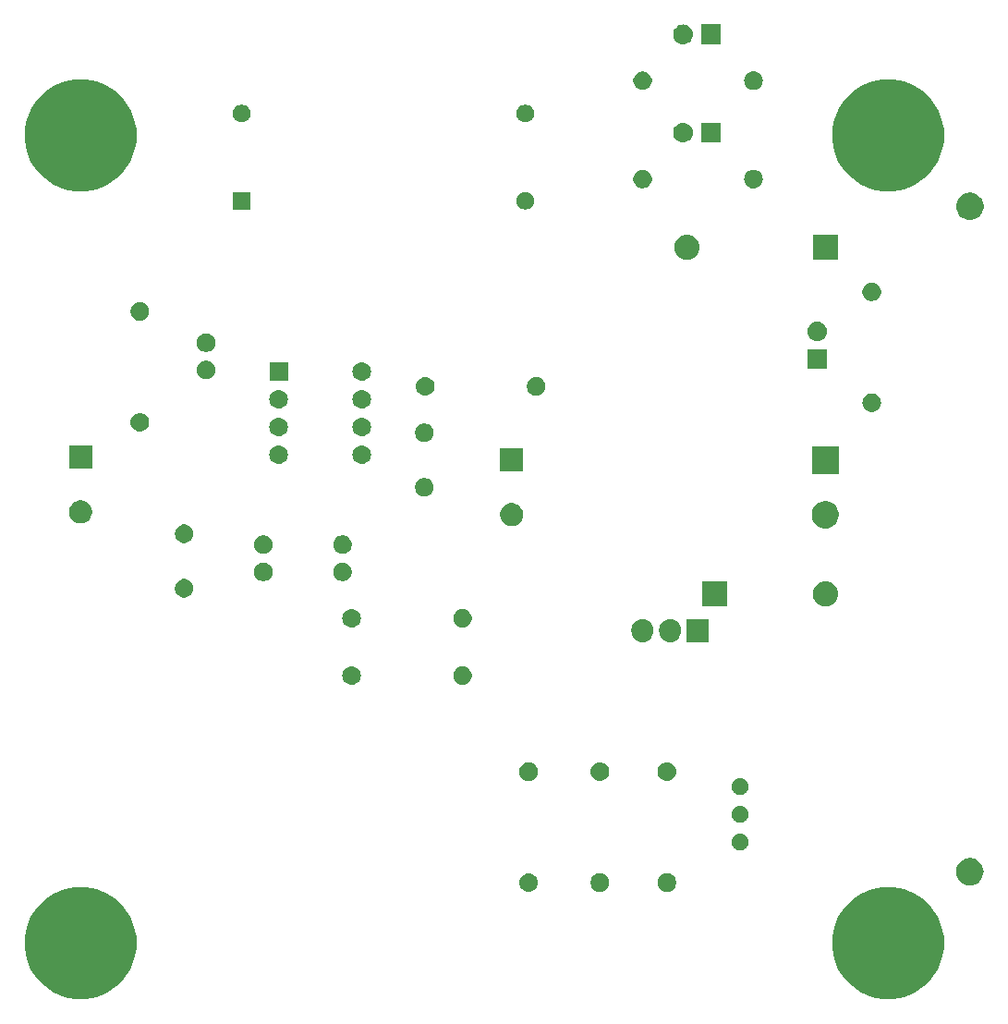
<source format=gbr>
G04 #@! TF.GenerationSoftware,KiCad,Pcbnew,(5.1.2)-1*
G04 #@! TF.CreationDate,2019-06-18T22:03:50-03:00*
G04 #@! TF.ProjectId,Boost,426f6f73-742e-46b6-9963-61645f706362,rev?*
G04 #@! TF.SameCoordinates,Original*
G04 #@! TF.FileFunction,Soldermask,Top*
G04 #@! TF.FilePolarity,Negative*
%FSLAX46Y46*%
G04 Gerber Fmt 4.6, Leading zero omitted, Abs format (unit mm)*
G04 Created by KiCad (PCBNEW (5.1.2)-1) date 2019-06-18 22:03:50*
%MOMM*%
%LPD*%
G04 APERTURE LIST*
%ADD10C,0.100000*%
G04 APERTURE END LIST*
D10*
G36*
X188001008Y-111967590D02*
G01*
X188496658Y-112066181D01*
X189430440Y-112452967D01*
X190270822Y-113014492D01*
X190985508Y-113729178D01*
X191547033Y-114569560D01*
X191933819Y-115503342D01*
X192131000Y-116494641D01*
X192131000Y-117505359D01*
X191933819Y-118496658D01*
X191547033Y-119430440D01*
X190985508Y-120270822D01*
X190270822Y-120985508D01*
X189430440Y-121547033D01*
X188496658Y-121933819D01*
X188001009Y-122032409D01*
X187505361Y-122131000D01*
X186494639Y-122131000D01*
X185998991Y-122032409D01*
X185503342Y-121933819D01*
X184569560Y-121547033D01*
X183729178Y-120985508D01*
X183014492Y-120270822D01*
X182452967Y-119430440D01*
X182066181Y-118496658D01*
X181869000Y-117505359D01*
X181869000Y-116494641D01*
X182066181Y-115503342D01*
X182452967Y-114569560D01*
X183014492Y-113729178D01*
X183729178Y-113014492D01*
X184569560Y-112452967D01*
X185503342Y-112066181D01*
X185998992Y-111967590D01*
X186494639Y-111869000D01*
X187505361Y-111869000D01*
X188001008Y-111967590D01*
X188001008Y-111967590D01*
G37*
G36*
X114001008Y-111967590D02*
G01*
X114496658Y-112066181D01*
X115430440Y-112452967D01*
X116270822Y-113014492D01*
X116985508Y-113729178D01*
X117547033Y-114569560D01*
X117933819Y-115503342D01*
X118131000Y-116494641D01*
X118131000Y-117505359D01*
X117933819Y-118496658D01*
X117547033Y-119430440D01*
X116985508Y-120270822D01*
X116270822Y-120985508D01*
X115430440Y-121547033D01*
X114496658Y-121933819D01*
X114001009Y-122032409D01*
X113505361Y-122131000D01*
X112494639Y-122131000D01*
X111998991Y-122032409D01*
X111503342Y-121933819D01*
X110569560Y-121547033D01*
X109729178Y-120985508D01*
X109014492Y-120270822D01*
X108452967Y-119430440D01*
X108066181Y-118496658D01*
X107869000Y-117505359D01*
X107869000Y-116494641D01*
X108066181Y-115503342D01*
X108452967Y-114569560D01*
X109014492Y-113729178D01*
X109729178Y-113014492D01*
X110569560Y-112452967D01*
X111503342Y-112066181D01*
X111998992Y-111967590D01*
X112494639Y-111869000D01*
X113505361Y-111869000D01*
X114001008Y-111967590D01*
X114001008Y-111967590D01*
G37*
G36*
X154228103Y-110621213D02*
G01*
X154388522Y-110669876D01*
X154454681Y-110705239D01*
X154536358Y-110748896D01*
X154665939Y-110855241D01*
X154772284Y-110984822D01*
X154772285Y-110984824D01*
X154851304Y-111132658D01*
X154899967Y-111293077D01*
X154916397Y-111459900D01*
X154899967Y-111626723D01*
X154851304Y-111787142D01*
X154807550Y-111869000D01*
X154772284Y-111934978D01*
X154665939Y-112064559D01*
X154536358Y-112170904D01*
X154536356Y-112170905D01*
X154388522Y-112249924D01*
X154228103Y-112298587D01*
X154103084Y-112310900D01*
X154019476Y-112310900D01*
X153894457Y-112298587D01*
X153734038Y-112249924D01*
X153586204Y-112170905D01*
X153586202Y-112170904D01*
X153456621Y-112064559D01*
X153350276Y-111934978D01*
X153315010Y-111869000D01*
X153271256Y-111787142D01*
X153222593Y-111626723D01*
X153206163Y-111459900D01*
X153222593Y-111293077D01*
X153271256Y-111132658D01*
X153350275Y-110984824D01*
X153350276Y-110984822D01*
X153456621Y-110855241D01*
X153586202Y-110748896D01*
X153667879Y-110705239D01*
X153734038Y-110669876D01*
X153894457Y-110621213D01*
X154019476Y-110608900D01*
X154103084Y-110608900D01*
X154228103Y-110621213D01*
X154228103Y-110621213D01*
G37*
G36*
X166981568Y-110631443D02*
G01*
X167136440Y-110695593D01*
X167275821Y-110788725D01*
X167394355Y-110907259D01*
X167487487Y-111046640D01*
X167551637Y-111201512D01*
X167584340Y-111365924D01*
X167584340Y-111533556D01*
X167551637Y-111697968D01*
X167487487Y-111852840D01*
X167394355Y-111992221D01*
X167275821Y-112110755D01*
X167136440Y-112203887D01*
X166981568Y-112268037D01*
X166817156Y-112300740D01*
X166649524Y-112300740D01*
X166485112Y-112268037D01*
X166330240Y-112203887D01*
X166190859Y-112110755D01*
X166072325Y-111992221D01*
X165979193Y-111852840D01*
X165915043Y-111697968D01*
X165882340Y-111533556D01*
X165882340Y-111365924D01*
X165915043Y-111201512D01*
X165979193Y-111046640D01*
X166072325Y-110907259D01*
X166190859Y-110788725D01*
X166330240Y-110695593D01*
X166485112Y-110631443D01*
X166649524Y-110598740D01*
X166817156Y-110598740D01*
X166981568Y-110631443D01*
X166981568Y-110631443D01*
G37*
G36*
X160834768Y-110631443D02*
G01*
X160989640Y-110695593D01*
X161129021Y-110788725D01*
X161247555Y-110907259D01*
X161340687Y-111046640D01*
X161404837Y-111201512D01*
X161437540Y-111365924D01*
X161437540Y-111533556D01*
X161404837Y-111697968D01*
X161340687Y-111852840D01*
X161247555Y-111992221D01*
X161129021Y-112110755D01*
X160989640Y-112203887D01*
X160834768Y-112268037D01*
X160670356Y-112300740D01*
X160502724Y-112300740D01*
X160338312Y-112268037D01*
X160183440Y-112203887D01*
X160044059Y-112110755D01*
X159925525Y-111992221D01*
X159832393Y-111852840D01*
X159768243Y-111697968D01*
X159735540Y-111533556D01*
X159735540Y-111365924D01*
X159768243Y-111201512D01*
X159832393Y-111046640D01*
X159925525Y-110907259D01*
X160044059Y-110788725D01*
X160183440Y-110695593D01*
X160338312Y-110631443D01*
X160502724Y-110598740D01*
X160670356Y-110598740D01*
X160834768Y-110631443D01*
X160834768Y-110631443D01*
G37*
G36*
X194745239Y-109227101D02*
G01*
X194981053Y-109298634D01*
X195198381Y-109414799D01*
X195388871Y-109571129D01*
X195545201Y-109761619D01*
X195661366Y-109978947D01*
X195732899Y-110214761D01*
X195757053Y-110460000D01*
X195732899Y-110705239D01*
X195661366Y-110941053D01*
X195545201Y-111158381D01*
X195388871Y-111348871D01*
X195198381Y-111505201D01*
X194981053Y-111621366D01*
X194745239Y-111692899D01*
X194561457Y-111711000D01*
X194438543Y-111711000D01*
X194254761Y-111692899D01*
X194018947Y-111621366D01*
X193801619Y-111505201D01*
X193611129Y-111348871D01*
X193454799Y-111158381D01*
X193338634Y-110941053D01*
X193267101Y-110705239D01*
X193242947Y-110460000D01*
X193267101Y-110214761D01*
X193338634Y-109978947D01*
X193454799Y-109761619D01*
X193611129Y-109571129D01*
X193801619Y-109414799D01*
X194018947Y-109298634D01*
X194254761Y-109227101D01*
X194438543Y-109209000D01*
X194561457Y-109209000D01*
X194745239Y-109227101D01*
X194745239Y-109227101D01*
G37*
G36*
X173567069Y-106964976D02*
G01*
X173666373Y-106984729D01*
X173806686Y-107042848D01*
X173932964Y-107127225D01*
X174040355Y-107234616D01*
X174124732Y-107360894D01*
X174182851Y-107501207D01*
X174212480Y-107650163D01*
X174212480Y-107802037D01*
X174182851Y-107950993D01*
X174124732Y-108091306D01*
X174040355Y-108217584D01*
X173932964Y-108324975D01*
X173806686Y-108409352D01*
X173666373Y-108467471D01*
X173567069Y-108487224D01*
X173517418Y-108497100D01*
X173365542Y-108497100D01*
X173315891Y-108487224D01*
X173216587Y-108467471D01*
X173076274Y-108409352D01*
X172949996Y-108324975D01*
X172842605Y-108217584D01*
X172758228Y-108091306D01*
X172700109Y-107950993D01*
X172670480Y-107802037D01*
X172670480Y-107650163D01*
X172700109Y-107501207D01*
X172758228Y-107360894D01*
X172842605Y-107234616D01*
X172949996Y-107127225D01*
X173076274Y-107042848D01*
X173216587Y-106984729D01*
X173315891Y-106964976D01*
X173365542Y-106955100D01*
X173517418Y-106955100D01*
X173567069Y-106964976D01*
X173567069Y-106964976D01*
G37*
G36*
X173567069Y-104424976D02*
G01*
X173666373Y-104444729D01*
X173806686Y-104502848D01*
X173932964Y-104587225D01*
X174040355Y-104694616D01*
X174124732Y-104820894D01*
X174182851Y-104961207D01*
X174212480Y-105110163D01*
X174212480Y-105262037D01*
X174182851Y-105410993D01*
X174124732Y-105551306D01*
X174040355Y-105677584D01*
X173932964Y-105784975D01*
X173806686Y-105869352D01*
X173666373Y-105927471D01*
X173567069Y-105947224D01*
X173517418Y-105957100D01*
X173365542Y-105957100D01*
X173315891Y-105947224D01*
X173216587Y-105927471D01*
X173076274Y-105869352D01*
X172949996Y-105784975D01*
X172842605Y-105677584D01*
X172758228Y-105551306D01*
X172700109Y-105410993D01*
X172670480Y-105262037D01*
X172670480Y-105110163D01*
X172700109Y-104961207D01*
X172758228Y-104820894D01*
X172842605Y-104694616D01*
X172949996Y-104587225D01*
X173076274Y-104502848D01*
X173216587Y-104444729D01*
X173315891Y-104424976D01*
X173365542Y-104415100D01*
X173517418Y-104415100D01*
X173567069Y-104424976D01*
X173567069Y-104424976D01*
G37*
G36*
X173567069Y-101884976D02*
G01*
X173666373Y-101904729D01*
X173806686Y-101962848D01*
X173932964Y-102047225D01*
X174040355Y-102154616D01*
X174124732Y-102280894D01*
X174182851Y-102421207D01*
X174212480Y-102570163D01*
X174212480Y-102722037D01*
X174182851Y-102870993D01*
X174124732Y-103011306D01*
X174040355Y-103137584D01*
X173932964Y-103244975D01*
X173806686Y-103329352D01*
X173666373Y-103387471D01*
X173567069Y-103407224D01*
X173517418Y-103417100D01*
X173365542Y-103417100D01*
X173315891Y-103407224D01*
X173216587Y-103387471D01*
X173076274Y-103329352D01*
X172949996Y-103244975D01*
X172842605Y-103137584D01*
X172758228Y-103011306D01*
X172700109Y-102870993D01*
X172670480Y-102722037D01*
X172670480Y-102570163D01*
X172700109Y-102421207D01*
X172758228Y-102280894D01*
X172842605Y-102154616D01*
X172949996Y-102047225D01*
X173076274Y-101962848D01*
X173216587Y-101904729D01*
X173315891Y-101884976D01*
X173365542Y-101875100D01*
X173517418Y-101875100D01*
X173567069Y-101884976D01*
X173567069Y-101884976D01*
G37*
G36*
X154309508Y-100481603D02*
G01*
X154464380Y-100545753D01*
X154603761Y-100638885D01*
X154722295Y-100757419D01*
X154815427Y-100896800D01*
X154879577Y-101051672D01*
X154912280Y-101216084D01*
X154912280Y-101383716D01*
X154879577Y-101548128D01*
X154815427Y-101703000D01*
X154722295Y-101842381D01*
X154603761Y-101960915D01*
X154464380Y-102054047D01*
X154309508Y-102118197D01*
X154145096Y-102150900D01*
X153977464Y-102150900D01*
X153813052Y-102118197D01*
X153658180Y-102054047D01*
X153518799Y-101960915D01*
X153400265Y-101842381D01*
X153307133Y-101703000D01*
X153242983Y-101548128D01*
X153210280Y-101383716D01*
X153210280Y-101216084D01*
X153242983Y-101051672D01*
X153307133Y-100896800D01*
X153400265Y-100757419D01*
X153518799Y-100638885D01*
X153658180Y-100545753D01*
X153813052Y-100481603D01*
X153977464Y-100448900D01*
X154145096Y-100448900D01*
X154309508Y-100481603D01*
X154309508Y-100481603D01*
G37*
G36*
X160753363Y-100451053D02*
G01*
X160913782Y-100499716D01*
X160999909Y-100545752D01*
X161061618Y-100578736D01*
X161191199Y-100685081D01*
X161297544Y-100814662D01*
X161297545Y-100814664D01*
X161376564Y-100962498D01*
X161425227Y-101122917D01*
X161441657Y-101289740D01*
X161425227Y-101456563D01*
X161376564Y-101616982D01*
X161330588Y-101702997D01*
X161297544Y-101764818D01*
X161191199Y-101894399D01*
X161061618Y-102000744D01*
X161061616Y-102000745D01*
X160913782Y-102079764D01*
X160753363Y-102128427D01*
X160628344Y-102140740D01*
X160544736Y-102140740D01*
X160419717Y-102128427D01*
X160259298Y-102079764D01*
X160111464Y-102000745D01*
X160111462Y-102000744D01*
X159981881Y-101894399D01*
X159875536Y-101764818D01*
X159842492Y-101702997D01*
X159796516Y-101616982D01*
X159747853Y-101456563D01*
X159731423Y-101289740D01*
X159747853Y-101122917D01*
X159796516Y-100962498D01*
X159875535Y-100814664D01*
X159875536Y-100814662D01*
X159981881Y-100685081D01*
X160111462Y-100578736D01*
X160173171Y-100545752D01*
X160259298Y-100499716D01*
X160419717Y-100451053D01*
X160544736Y-100438740D01*
X160628344Y-100438740D01*
X160753363Y-100451053D01*
X160753363Y-100451053D01*
G37*
G36*
X166900163Y-100451053D02*
G01*
X167060582Y-100499716D01*
X167146709Y-100545752D01*
X167208418Y-100578736D01*
X167337999Y-100685081D01*
X167444344Y-100814662D01*
X167444345Y-100814664D01*
X167523364Y-100962498D01*
X167572027Y-101122917D01*
X167588457Y-101289740D01*
X167572027Y-101456563D01*
X167523364Y-101616982D01*
X167477388Y-101702997D01*
X167444344Y-101764818D01*
X167337999Y-101894399D01*
X167208418Y-102000744D01*
X167208416Y-102000745D01*
X167060582Y-102079764D01*
X166900163Y-102128427D01*
X166775144Y-102140740D01*
X166691536Y-102140740D01*
X166566517Y-102128427D01*
X166406098Y-102079764D01*
X166258264Y-102000745D01*
X166258262Y-102000744D01*
X166128681Y-101894399D01*
X166022336Y-101764818D01*
X165989292Y-101702997D01*
X165943316Y-101616982D01*
X165894653Y-101456563D01*
X165878223Y-101289740D01*
X165894653Y-101122917D01*
X165943316Y-100962498D01*
X166022335Y-100814664D01*
X166022336Y-100814662D01*
X166128681Y-100685081D01*
X166258262Y-100578736D01*
X166319971Y-100545752D01*
X166406098Y-100499716D01*
X166566517Y-100451053D01*
X166691536Y-100438740D01*
X166775144Y-100438740D01*
X166900163Y-100451053D01*
X166900163Y-100451053D01*
G37*
G36*
X138006823Y-91661313D02*
G01*
X138167242Y-91709976D01*
X138234361Y-91745852D01*
X138315078Y-91788996D01*
X138444659Y-91895341D01*
X138551004Y-92024922D01*
X138551005Y-92024924D01*
X138630024Y-92172758D01*
X138678687Y-92333177D01*
X138695117Y-92500000D01*
X138678687Y-92666823D01*
X138630024Y-92827242D01*
X138589477Y-92903100D01*
X138551004Y-92975078D01*
X138444659Y-93104659D01*
X138315078Y-93211004D01*
X138315076Y-93211005D01*
X138167242Y-93290024D01*
X138006823Y-93338687D01*
X137881804Y-93351000D01*
X137798196Y-93351000D01*
X137673177Y-93338687D01*
X137512758Y-93290024D01*
X137364924Y-93211005D01*
X137364922Y-93211004D01*
X137235341Y-93104659D01*
X137128996Y-92975078D01*
X137090523Y-92903100D01*
X137049976Y-92827242D01*
X137001313Y-92666823D01*
X136984883Y-92500000D01*
X137001313Y-92333177D01*
X137049976Y-92172758D01*
X137128995Y-92024924D01*
X137128996Y-92024922D01*
X137235341Y-91895341D01*
X137364922Y-91788996D01*
X137445639Y-91745852D01*
X137512758Y-91709976D01*
X137673177Y-91661313D01*
X137798196Y-91649000D01*
X137881804Y-91649000D01*
X138006823Y-91661313D01*
X138006823Y-91661313D01*
G37*
G36*
X148248228Y-91681703D02*
G01*
X148403100Y-91745853D01*
X148542481Y-91838985D01*
X148661015Y-91957519D01*
X148754147Y-92096900D01*
X148818297Y-92251772D01*
X148851000Y-92416184D01*
X148851000Y-92583816D01*
X148818297Y-92748228D01*
X148754147Y-92903100D01*
X148661015Y-93042481D01*
X148542481Y-93161015D01*
X148403100Y-93254147D01*
X148248228Y-93318297D01*
X148083816Y-93351000D01*
X147916184Y-93351000D01*
X147751772Y-93318297D01*
X147596900Y-93254147D01*
X147457519Y-93161015D01*
X147338985Y-93042481D01*
X147245853Y-92903100D01*
X147181703Y-92748228D01*
X147149000Y-92583816D01*
X147149000Y-92416184D01*
X147181703Y-92251772D01*
X147245853Y-92096900D01*
X147338985Y-91957519D01*
X147457519Y-91838985D01*
X147596900Y-91745853D01*
X147751772Y-91681703D01*
X147916184Y-91649000D01*
X148083816Y-91649000D01*
X148248228Y-91681703D01*
X148248228Y-91681703D01*
G37*
G36*
X164682800Y-87341420D02*
G01*
X164871961Y-87398801D01*
X165046292Y-87491983D01*
X165199095Y-87617385D01*
X165324497Y-87770188D01*
X165368262Y-87852067D01*
X165417678Y-87944517D01*
X165417679Y-87944520D01*
X165475060Y-88133681D01*
X165489580Y-88281107D01*
X165489580Y-88474694D01*
X165475060Y-88622120D01*
X165417679Y-88811281D01*
X165324497Y-88985612D01*
X165199095Y-89138415D01*
X165046292Y-89263817D01*
X164964413Y-89307582D01*
X164871963Y-89356998D01*
X164871960Y-89356999D01*
X164682799Y-89414380D01*
X164486080Y-89433755D01*
X164289360Y-89414380D01*
X164100199Y-89356999D01*
X163925868Y-89263817D01*
X163773065Y-89138415D01*
X163647663Y-88985612D01*
X163603898Y-88903733D01*
X163554482Y-88811283D01*
X163554481Y-88811280D01*
X163497100Y-88622119D01*
X163482580Y-88474693D01*
X163482580Y-88281106D01*
X163497100Y-88133680D01*
X163554481Y-87944519D01*
X163647663Y-87770188D01*
X163773065Y-87617385D01*
X163925868Y-87491983D01*
X164100200Y-87398801D01*
X164289361Y-87341420D01*
X164486080Y-87322045D01*
X164682800Y-87341420D01*
X164682800Y-87341420D01*
G37*
G36*
X167222800Y-87341420D02*
G01*
X167411961Y-87398801D01*
X167586292Y-87491983D01*
X167739095Y-87617385D01*
X167864497Y-87770188D01*
X167908262Y-87852067D01*
X167957678Y-87944517D01*
X167957679Y-87944520D01*
X168015060Y-88133681D01*
X168029580Y-88281107D01*
X168029580Y-88474694D01*
X168015060Y-88622120D01*
X167957679Y-88811281D01*
X167864497Y-88985612D01*
X167739095Y-89138415D01*
X167586292Y-89263817D01*
X167504413Y-89307582D01*
X167411963Y-89356998D01*
X167411960Y-89356999D01*
X167222799Y-89414380D01*
X167026080Y-89433755D01*
X166829360Y-89414380D01*
X166640199Y-89356999D01*
X166465868Y-89263817D01*
X166313065Y-89138415D01*
X166187663Y-88985612D01*
X166143898Y-88903733D01*
X166094482Y-88811283D01*
X166094481Y-88811280D01*
X166037100Y-88622119D01*
X166022580Y-88474693D01*
X166022580Y-88281106D01*
X166037100Y-88133680D01*
X166094481Y-87944519D01*
X166187663Y-87770188D01*
X166313065Y-87617385D01*
X166465868Y-87491983D01*
X166640200Y-87398801D01*
X166829361Y-87341420D01*
X167026080Y-87322045D01*
X167222800Y-87341420D01*
X167222800Y-87341420D01*
G37*
G36*
X170569580Y-89428900D02*
G01*
X168562580Y-89428900D01*
X168562580Y-87326900D01*
X170569580Y-87326900D01*
X170569580Y-89428900D01*
X170569580Y-89428900D01*
G37*
G36*
X138006823Y-86411313D02*
G01*
X138167242Y-86459976D01*
X138234361Y-86495852D01*
X138315078Y-86538996D01*
X138444659Y-86645341D01*
X138551004Y-86774922D01*
X138551005Y-86774924D01*
X138630024Y-86922758D01*
X138678687Y-87083177D01*
X138695117Y-87250000D01*
X138678687Y-87416823D01*
X138630024Y-87577242D01*
X138589477Y-87653100D01*
X138551004Y-87725078D01*
X138444659Y-87854659D01*
X138315078Y-87961004D01*
X138315076Y-87961005D01*
X138167242Y-88040024D01*
X138006823Y-88088687D01*
X137881804Y-88101000D01*
X137798196Y-88101000D01*
X137673177Y-88088687D01*
X137512758Y-88040024D01*
X137364924Y-87961005D01*
X137364922Y-87961004D01*
X137235341Y-87854659D01*
X137128996Y-87725078D01*
X137090523Y-87653100D01*
X137049976Y-87577242D01*
X137001313Y-87416823D01*
X136984883Y-87250000D01*
X137001313Y-87083177D01*
X137049976Y-86922758D01*
X137128995Y-86774924D01*
X137128996Y-86774922D01*
X137235341Y-86645341D01*
X137364922Y-86538996D01*
X137445639Y-86495852D01*
X137512758Y-86459976D01*
X137673177Y-86411313D01*
X137798196Y-86399000D01*
X137881804Y-86399000D01*
X138006823Y-86411313D01*
X138006823Y-86411313D01*
G37*
G36*
X148248228Y-86431703D02*
G01*
X148403100Y-86495853D01*
X148542481Y-86588985D01*
X148661015Y-86707519D01*
X148754147Y-86846900D01*
X148818297Y-87001772D01*
X148851000Y-87166184D01*
X148851000Y-87333816D01*
X148818297Y-87498228D01*
X148754147Y-87653100D01*
X148661015Y-87792481D01*
X148542481Y-87911015D01*
X148403100Y-88004147D01*
X148248228Y-88068297D01*
X148083816Y-88101000D01*
X147916184Y-88101000D01*
X147751772Y-88068297D01*
X147596900Y-88004147D01*
X147457519Y-87911015D01*
X147338985Y-87792481D01*
X147245853Y-87653100D01*
X147181703Y-87498228D01*
X147149000Y-87333816D01*
X147149000Y-87166184D01*
X147181703Y-87001772D01*
X147245853Y-86846900D01*
X147338985Y-86707519D01*
X147457519Y-86588985D01*
X147596900Y-86495853D01*
X147751772Y-86431703D01*
X147916184Y-86399000D01*
X148083816Y-86399000D01*
X148248228Y-86431703D01*
X148248228Y-86431703D01*
G37*
G36*
X181419271Y-83860103D02*
G01*
X181475635Y-83865654D01*
X181692600Y-83931470D01*
X181692602Y-83931471D01*
X181892555Y-84038347D01*
X182067818Y-84182182D01*
X182211653Y-84357445D01*
X182318529Y-84557398D01*
X182318530Y-84557400D01*
X182384346Y-84774365D01*
X182406569Y-85000000D01*
X182384346Y-85225635D01*
X182346317Y-85351000D01*
X182318529Y-85442602D01*
X182211653Y-85642555D01*
X182067818Y-85817818D01*
X181892555Y-85961653D01*
X181692602Y-86068529D01*
X181692600Y-86068530D01*
X181475635Y-86134346D01*
X181419271Y-86139897D01*
X181306545Y-86151000D01*
X181193455Y-86151000D01*
X181080729Y-86139897D01*
X181024365Y-86134346D01*
X180807400Y-86068530D01*
X180807398Y-86068529D01*
X180607445Y-85961653D01*
X180432182Y-85817818D01*
X180288347Y-85642555D01*
X180181471Y-85442602D01*
X180153684Y-85351000D01*
X180115654Y-85225635D01*
X180093431Y-85000000D01*
X180115654Y-84774365D01*
X180181470Y-84557400D01*
X180181471Y-84557398D01*
X180288347Y-84357445D01*
X180432182Y-84182182D01*
X180607445Y-84038347D01*
X180807398Y-83931471D01*
X180807400Y-83931470D01*
X181024365Y-83865654D01*
X181080729Y-83860103D01*
X181193455Y-83849000D01*
X181306545Y-83849000D01*
X181419271Y-83860103D01*
X181419271Y-83860103D01*
G37*
G36*
X172241000Y-86151000D02*
G01*
X169939000Y-86151000D01*
X169939000Y-83849000D01*
X172241000Y-83849000D01*
X172241000Y-86151000D01*
X172241000Y-86151000D01*
G37*
G36*
X122748228Y-83681703D02*
G01*
X122903100Y-83745853D01*
X123042481Y-83838985D01*
X123161015Y-83957519D01*
X123254147Y-84096900D01*
X123318297Y-84251772D01*
X123351000Y-84416184D01*
X123351000Y-84583816D01*
X123318297Y-84748228D01*
X123254147Y-84903100D01*
X123161015Y-85042481D01*
X123042481Y-85161015D01*
X122903100Y-85254147D01*
X122748228Y-85318297D01*
X122583816Y-85351000D01*
X122416184Y-85351000D01*
X122251772Y-85318297D01*
X122096900Y-85254147D01*
X121957519Y-85161015D01*
X121838985Y-85042481D01*
X121745853Y-84903100D01*
X121681703Y-84748228D01*
X121649000Y-84583816D01*
X121649000Y-84416184D01*
X121681703Y-84251772D01*
X121745853Y-84096900D01*
X121838985Y-83957519D01*
X121957519Y-83838985D01*
X122096900Y-83745853D01*
X122251772Y-83681703D01*
X122416184Y-83649000D01*
X122583816Y-83649000D01*
X122748228Y-83681703D01*
X122748228Y-83681703D01*
G37*
G36*
X129998228Y-82181703D02*
G01*
X130153100Y-82245853D01*
X130292481Y-82338985D01*
X130411015Y-82457519D01*
X130504147Y-82596900D01*
X130568297Y-82751772D01*
X130601000Y-82916184D01*
X130601000Y-83083816D01*
X130568297Y-83248228D01*
X130504147Y-83403100D01*
X130411015Y-83542481D01*
X130292481Y-83661015D01*
X130153100Y-83754147D01*
X129998228Y-83818297D01*
X129833816Y-83851000D01*
X129666184Y-83851000D01*
X129501772Y-83818297D01*
X129346900Y-83754147D01*
X129207519Y-83661015D01*
X129088985Y-83542481D01*
X128995853Y-83403100D01*
X128931703Y-83248228D01*
X128899000Y-83083816D01*
X128899000Y-82916184D01*
X128931703Y-82751772D01*
X128995853Y-82596900D01*
X129088985Y-82457519D01*
X129207519Y-82338985D01*
X129346900Y-82245853D01*
X129501772Y-82181703D01*
X129666184Y-82149000D01*
X129833816Y-82149000D01*
X129998228Y-82181703D01*
X129998228Y-82181703D01*
G37*
G36*
X137248228Y-82181703D02*
G01*
X137403100Y-82245853D01*
X137542481Y-82338985D01*
X137661015Y-82457519D01*
X137754147Y-82596900D01*
X137818297Y-82751772D01*
X137851000Y-82916184D01*
X137851000Y-83083816D01*
X137818297Y-83248228D01*
X137754147Y-83403100D01*
X137661015Y-83542481D01*
X137542481Y-83661015D01*
X137403100Y-83754147D01*
X137248228Y-83818297D01*
X137083816Y-83851000D01*
X136916184Y-83851000D01*
X136751772Y-83818297D01*
X136596900Y-83754147D01*
X136457519Y-83661015D01*
X136338985Y-83542481D01*
X136245853Y-83403100D01*
X136181703Y-83248228D01*
X136149000Y-83083816D01*
X136149000Y-82916184D01*
X136181703Y-82751772D01*
X136245853Y-82596900D01*
X136338985Y-82457519D01*
X136457519Y-82338985D01*
X136596900Y-82245853D01*
X136751772Y-82181703D01*
X136916184Y-82149000D01*
X137083816Y-82149000D01*
X137248228Y-82181703D01*
X137248228Y-82181703D01*
G37*
G36*
X129998228Y-79681703D02*
G01*
X130153100Y-79745853D01*
X130292481Y-79838985D01*
X130411015Y-79957519D01*
X130504147Y-80096900D01*
X130568297Y-80251772D01*
X130601000Y-80416184D01*
X130601000Y-80583816D01*
X130568297Y-80748228D01*
X130504147Y-80903100D01*
X130411015Y-81042481D01*
X130292481Y-81161015D01*
X130153100Y-81254147D01*
X129998228Y-81318297D01*
X129833816Y-81351000D01*
X129666184Y-81351000D01*
X129501772Y-81318297D01*
X129346900Y-81254147D01*
X129207519Y-81161015D01*
X129088985Y-81042481D01*
X128995853Y-80903100D01*
X128931703Y-80748228D01*
X128899000Y-80583816D01*
X128899000Y-80416184D01*
X128931703Y-80251772D01*
X128995853Y-80096900D01*
X129088985Y-79957519D01*
X129207519Y-79838985D01*
X129346900Y-79745853D01*
X129501772Y-79681703D01*
X129666184Y-79649000D01*
X129833816Y-79649000D01*
X129998228Y-79681703D01*
X129998228Y-79681703D01*
G37*
G36*
X137248228Y-79681703D02*
G01*
X137403100Y-79745853D01*
X137542481Y-79838985D01*
X137661015Y-79957519D01*
X137754147Y-80096900D01*
X137818297Y-80251772D01*
X137851000Y-80416184D01*
X137851000Y-80583816D01*
X137818297Y-80748228D01*
X137754147Y-80903100D01*
X137661015Y-81042481D01*
X137542481Y-81161015D01*
X137403100Y-81254147D01*
X137248228Y-81318297D01*
X137083816Y-81351000D01*
X136916184Y-81351000D01*
X136751772Y-81318297D01*
X136596900Y-81254147D01*
X136457519Y-81161015D01*
X136338985Y-81042481D01*
X136245853Y-80903100D01*
X136181703Y-80748228D01*
X136149000Y-80583816D01*
X136149000Y-80416184D01*
X136181703Y-80251772D01*
X136245853Y-80096900D01*
X136338985Y-79957519D01*
X136457519Y-79838985D01*
X136596900Y-79745853D01*
X136751772Y-79681703D01*
X136916184Y-79649000D01*
X137083816Y-79649000D01*
X137248228Y-79681703D01*
X137248228Y-79681703D01*
G37*
G36*
X122748228Y-78681703D02*
G01*
X122903100Y-78745853D01*
X123042481Y-78838985D01*
X123161015Y-78957519D01*
X123254147Y-79096900D01*
X123318297Y-79251772D01*
X123351000Y-79416184D01*
X123351000Y-79583816D01*
X123318297Y-79748228D01*
X123254147Y-79903100D01*
X123161015Y-80042481D01*
X123042481Y-80161015D01*
X122903100Y-80254147D01*
X122748228Y-80318297D01*
X122583816Y-80351000D01*
X122416184Y-80351000D01*
X122251772Y-80318297D01*
X122096900Y-80254147D01*
X121957519Y-80161015D01*
X121838985Y-80042481D01*
X121745853Y-79903100D01*
X121681703Y-79748228D01*
X121649000Y-79583816D01*
X121649000Y-79416184D01*
X121681703Y-79251772D01*
X121745853Y-79096900D01*
X121838985Y-78957519D01*
X121957519Y-78838985D01*
X122096900Y-78745853D01*
X122251772Y-78681703D01*
X122416184Y-78649000D01*
X122583816Y-78649000D01*
X122748228Y-78681703D01*
X122748228Y-78681703D01*
G37*
G36*
X181614903Y-76547075D02*
G01*
X181842571Y-76641378D01*
X182047466Y-76778285D01*
X182221715Y-76952534D01*
X182358622Y-77157429D01*
X182452925Y-77385097D01*
X182501000Y-77626787D01*
X182501000Y-77873213D01*
X182452925Y-78114903D01*
X182358622Y-78342571D01*
X182221715Y-78547466D01*
X182047466Y-78721715D01*
X181842571Y-78858622D01*
X181842570Y-78858623D01*
X181842569Y-78858623D01*
X181614903Y-78952925D01*
X181373214Y-79001000D01*
X181126786Y-79001000D01*
X180885097Y-78952925D01*
X180657431Y-78858623D01*
X180657430Y-78858623D01*
X180657429Y-78858622D01*
X180452534Y-78721715D01*
X180278285Y-78547466D01*
X180141378Y-78342571D01*
X180047075Y-78114903D01*
X179999000Y-77873213D01*
X179999000Y-77626787D01*
X180047075Y-77385097D01*
X180141378Y-77157429D01*
X180278285Y-76952534D01*
X180452534Y-76778285D01*
X180657429Y-76641378D01*
X180885097Y-76547075D01*
X181126786Y-76499000D01*
X181373214Y-76499000D01*
X181614903Y-76547075D01*
X181614903Y-76547075D01*
G37*
G36*
X152806564Y-76739389D02*
G01*
X152997833Y-76818615D01*
X152997835Y-76818616D01*
X153169973Y-76933635D01*
X153316365Y-77080027D01*
X153392143Y-77193436D01*
X153431385Y-77252167D01*
X153510611Y-77443436D01*
X153551000Y-77646484D01*
X153551000Y-77853516D01*
X153510611Y-78056564D01*
X153431385Y-78247833D01*
X153431384Y-78247835D01*
X153316365Y-78419973D01*
X153169973Y-78566365D01*
X152997835Y-78681384D01*
X152997834Y-78681385D01*
X152997833Y-78681385D01*
X152806564Y-78760611D01*
X152603516Y-78801000D01*
X152396484Y-78801000D01*
X152193436Y-78760611D01*
X152002167Y-78681385D01*
X152002166Y-78681385D01*
X152002165Y-78681384D01*
X151830027Y-78566365D01*
X151683635Y-78419973D01*
X151568616Y-78247835D01*
X151568615Y-78247833D01*
X151489389Y-78056564D01*
X151449000Y-77853516D01*
X151449000Y-77646484D01*
X151489389Y-77443436D01*
X151568615Y-77252167D01*
X151607858Y-77193436D01*
X151683635Y-77080027D01*
X151830027Y-76933635D01*
X152002165Y-76818616D01*
X152002167Y-76818615D01*
X152193436Y-76739389D01*
X152396484Y-76699000D01*
X152603516Y-76699000D01*
X152806564Y-76739389D01*
X152806564Y-76739389D01*
G37*
G36*
X113306564Y-76489389D02*
G01*
X113497833Y-76568615D01*
X113497835Y-76568616D01*
X113669973Y-76683635D01*
X113816365Y-76830027D01*
X113898222Y-76952534D01*
X113931385Y-77002167D01*
X114010611Y-77193436D01*
X114051000Y-77396484D01*
X114051000Y-77603516D01*
X114010611Y-77806564D01*
X113931385Y-77997833D01*
X113931384Y-77997835D01*
X113816365Y-78169973D01*
X113669973Y-78316365D01*
X113497835Y-78431384D01*
X113497834Y-78431385D01*
X113497833Y-78431385D01*
X113306564Y-78510611D01*
X113103516Y-78551000D01*
X112896484Y-78551000D01*
X112693436Y-78510611D01*
X112502167Y-78431385D01*
X112502166Y-78431385D01*
X112502165Y-78431384D01*
X112330027Y-78316365D01*
X112183635Y-78169973D01*
X112068616Y-77997835D01*
X112068615Y-77997833D01*
X111989389Y-77806564D01*
X111949000Y-77603516D01*
X111949000Y-77396484D01*
X111989389Y-77193436D01*
X112068615Y-77002167D01*
X112101779Y-76952534D01*
X112183635Y-76830027D01*
X112330027Y-76683635D01*
X112502165Y-76568616D01*
X112502167Y-76568615D01*
X112693436Y-76489389D01*
X112896484Y-76449000D01*
X113103516Y-76449000D01*
X113306564Y-76489389D01*
X113306564Y-76489389D01*
G37*
G36*
X144748228Y-74431703D02*
G01*
X144903100Y-74495853D01*
X145042481Y-74588985D01*
X145161015Y-74707519D01*
X145254147Y-74846900D01*
X145318297Y-75001772D01*
X145351000Y-75166184D01*
X145351000Y-75333816D01*
X145318297Y-75498228D01*
X145254147Y-75653100D01*
X145161015Y-75792481D01*
X145042481Y-75911015D01*
X144903100Y-76004147D01*
X144748228Y-76068297D01*
X144583816Y-76101000D01*
X144416184Y-76101000D01*
X144251772Y-76068297D01*
X144096900Y-76004147D01*
X143957519Y-75911015D01*
X143838985Y-75792481D01*
X143745853Y-75653100D01*
X143681703Y-75498228D01*
X143649000Y-75333816D01*
X143649000Y-75166184D01*
X143681703Y-75001772D01*
X143745853Y-74846900D01*
X143838985Y-74707519D01*
X143957519Y-74588985D01*
X144096900Y-74495853D01*
X144251772Y-74431703D01*
X144416184Y-74399000D01*
X144583816Y-74399000D01*
X144748228Y-74431703D01*
X144748228Y-74431703D01*
G37*
G36*
X182501000Y-74001000D02*
G01*
X179999000Y-74001000D01*
X179999000Y-71499000D01*
X182501000Y-71499000D01*
X182501000Y-74001000D01*
X182501000Y-74001000D01*
G37*
G36*
X153551000Y-73801000D02*
G01*
X151449000Y-73801000D01*
X151449000Y-71699000D01*
X153551000Y-71699000D01*
X153551000Y-73801000D01*
X153551000Y-73801000D01*
G37*
G36*
X114051000Y-73551000D02*
G01*
X111949000Y-73551000D01*
X111949000Y-71449000D01*
X114051000Y-71449000D01*
X114051000Y-73551000D01*
X114051000Y-73551000D01*
G37*
G36*
X131317303Y-71431013D02*
G01*
X131477722Y-71479676D01*
X131610386Y-71550586D01*
X131625558Y-71558696D01*
X131755139Y-71665041D01*
X131861484Y-71794622D01*
X131861485Y-71794624D01*
X131940504Y-71942458D01*
X131989167Y-72102877D01*
X132005597Y-72269700D01*
X131989167Y-72436523D01*
X131940504Y-72596942D01*
X131869594Y-72729606D01*
X131861484Y-72744778D01*
X131755139Y-72874359D01*
X131625558Y-72980704D01*
X131625556Y-72980705D01*
X131477722Y-73059724D01*
X131317303Y-73108387D01*
X131192284Y-73120700D01*
X131108676Y-73120700D01*
X130983657Y-73108387D01*
X130823238Y-73059724D01*
X130675404Y-72980705D01*
X130675402Y-72980704D01*
X130545821Y-72874359D01*
X130439476Y-72744778D01*
X130431366Y-72729606D01*
X130360456Y-72596942D01*
X130311793Y-72436523D01*
X130295363Y-72269700D01*
X130311793Y-72102877D01*
X130360456Y-71942458D01*
X130439475Y-71794624D01*
X130439476Y-71794622D01*
X130545821Y-71665041D01*
X130675402Y-71558696D01*
X130690574Y-71550586D01*
X130823238Y-71479676D01*
X130983657Y-71431013D01*
X131108676Y-71418700D01*
X131192284Y-71418700D01*
X131317303Y-71431013D01*
X131317303Y-71431013D01*
G37*
G36*
X138937303Y-71431013D02*
G01*
X139097722Y-71479676D01*
X139230386Y-71550586D01*
X139245558Y-71558696D01*
X139375139Y-71665041D01*
X139481484Y-71794622D01*
X139481485Y-71794624D01*
X139560504Y-71942458D01*
X139609167Y-72102877D01*
X139625597Y-72269700D01*
X139609167Y-72436523D01*
X139560504Y-72596942D01*
X139489594Y-72729606D01*
X139481484Y-72744778D01*
X139375139Y-72874359D01*
X139245558Y-72980704D01*
X139245556Y-72980705D01*
X139097722Y-73059724D01*
X138937303Y-73108387D01*
X138812284Y-73120700D01*
X138728676Y-73120700D01*
X138603657Y-73108387D01*
X138443238Y-73059724D01*
X138295404Y-72980705D01*
X138295402Y-72980704D01*
X138165821Y-72874359D01*
X138059476Y-72744778D01*
X138051366Y-72729606D01*
X137980456Y-72596942D01*
X137931793Y-72436523D01*
X137915363Y-72269700D01*
X137931793Y-72102877D01*
X137980456Y-71942458D01*
X138059475Y-71794624D01*
X138059476Y-71794622D01*
X138165821Y-71665041D01*
X138295402Y-71558696D01*
X138310574Y-71550586D01*
X138443238Y-71479676D01*
X138603657Y-71431013D01*
X138728676Y-71418700D01*
X138812284Y-71418700D01*
X138937303Y-71431013D01*
X138937303Y-71431013D01*
G37*
G36*
X144748228Y-69431703D02*
G01*
X144903100Y-69495853D01*
X145042481Y-69588985D01*
X145161015Y-69707519D01*
X145254147Y-69846900D01*
X145318297Y-70001772D01*
X145351000Y-70166184D01*
X145351000Y-70333816D01*
X145318297Y-70498228D01*
X145254147Y-70653100D01*
X145161015Y-70792481D01*
X145042481Y-70911015D01*
X144903100Y-71004147D01*
X144748228Y-71068297D01*
X144583816Y-71101000D01*
X144416184Y-71101000D01*
X144251772Y-71068297D01*
X144096900Y-71004147D01*
X143957519Y-70911015D01*
X143838985Y-70792481D01*
X143745853Y-70653100D01*
X143681703Y-70498228D01*
X143649000Y-70333816D01*
X143649000Y-70166184D01*
X143681703Y-70001772D01*
X143745853Y-69846900D01*
X143838985Y-69707519D01*
X143957519Y-69588985D01*
X144096900Y-69495853D01*
X144251772Y-69431703D01*
X144416184Y-69399000D01*
X144583816Y-69399000D01*
X144748228Y-69431703D01*
X144748228Y-69431703D01*
G37*
G36*
X138937303Y-68891013D02*
G01*
X139097722Y-68939676D01*
X139230386Y-69010586D01*
X139245558Y-69018696D01*
X139375139Y-69125041D01*
X139481484Y-69254622D01*
X139481485Y-69254624D01*
X139560504Y-69402458D01*
X139609167Y-69562877D01*
X139625597Y-69729700D01*
X139609167Y-69896523D01*
X139560504Y-70056942D01*
X139502113Y-70166184D01*
X139481484Y-70204778D01*
X139375139Y-70334359D01*
X139245558Y-70440704D01*
X139245556Y-70440705D01*
X139097722Y-70519724D01*
X138937303Y-70568387D01*
X138812284Y-70580700D01*
X138728676Y-70580700D01*
X138603657Y-70568387D01*
X138443238Y-70519724D01*
X138295404Y-70440705D01*
X138295402Y-70440704D01*
X138165821Y-70334359D01*
X138059476Y-70204778D01*
X138038847Y-70166184D01*
X137980456Y-70056942D01*
X137931793Y-69896523D01*
X137915363Y-69729700D01*
X137931793Y-69562877D01*
X137980456Y-69402458D01*
X138059475Y-69254624D01*
X138059476Y-69254622D01*
X138165821Y-69125041D01*
X138295402Y-69018696D01*
X138310574Y-69010586D01*
X138443238Y-68939676D01*
X138603657Y-68891013D01*
X138728676Y-68878700D01*
X138812284Y-68878700D01*
X138937303Y-68891013D01*
X138937303Y-68891013D01*
G37*
G36*
X131317303Y-68891013D02*
G01*
X131477722Y-68939676D01*
X131610386Y-69010586D01*
X131625558Y-69018696D01*
X131755139Y-69125041D01*
X131861484Y-69254622D01*
X131861485Y-69254624D01*
X131940504Y-69402458D01*
X131989167Y-69562877D01*
X132005597Y-69729700D01*
X131989167Y-69896523D01*
X131940504Y-70056942D01*
X131882113Y-70166184D01*
X131861484Y-70204778D01*
X131755139Y-70334359D01*
X131625558Y-70440704D01*
X131625556Y-70440705D01*
X131477722Y-70519724D01*
X131317303Y-70568387D01*
X131192284Y-70580700D01*
X131108676Y-70580700D01*
X130983657Y-70568387D01*
X130823238Y-70519724D01*
X130675404Y-70440705D01*
X130675402Y-70440704D01*
X130545821Y-70334359D01*
X130439476Y-70204778D01*
X130418847Y-70166184D01*
X130360456Y-70056942D01*
X130311793Y-69896523D01*
X130295363Y-69729700D01*
X130311793Y-69562877D01*
X130360456Y-69402458D01*
X130439475Y-69254624D01*
X130439476Y-69254622D01*
X130545821Y-69125041D01*
X130675402Y-69018696D01*
X130690574Y-69010586D01*
X130823238Y-68939676D01*
X130983657Y-68891013D01*
X131108676Y-68878700D01*
X131192284Y-68878700D01*
X131317303Y-68891013D01*
X131317303Y-68891013D01*
G37*
G36*
X118601303Y-68445613D02*
G01*
X118761722Y-68494276D01*
X118894386Y-68565186D01*
X118909558Y-68573296D01*
X119039139Y-68679641D01*
X119145484Y-68809222D01*
X119145485Y-68809224D01*
X119224504Y-68957058D01*
X119273167Y-69117477D01*
X119289597Y-69284300D01*
X119273167Y-69451123D01*
X119224504Y-69611542D01*
X119161347Y-69729700D01*
X119145484Y-69759378D01*
X119039139Y-69888959D01*
X118909558Y-69995304D01*
X118909556Y-69995305D01*
X118761722Y-70074324D01*
X118601303Y-70122987D01*
X118476284Y-70135300D01*
X118392676Y-70135300D01*
X118267657Y-70122987D01*
X118107238Y-70074324D01*
X117959404Y-69995305D01*
X117959402Y-69995304D01*
X117829821Y-69888959D01*
X117723476Y-69759378D01*
X117707613Y-69729700D01*
X117644456Y-69611542D01*
X117595793Y-69451123D01*
X117579363Y-69284300D01*
X117595793Y-69117477D01*
X117644456Y-68957058D01*
X117723475Y-68809224D01*
X117723476Y-68809222D01*
X117829821Y-68679641D01*
X117959402Y-68573296D01*
X117974574Y-68565186D01*
X118107238Y-68494276D01*
X118267657Y-68445613D01*
X118392676Y-68433300D01*
X118476284Y-68433300D01*
X118601303Y-68445613D01*
X118601303Y-68445613D01*
G37*
G36*
X185666823Y-66661313D02*
G01*
X185827242Y-66709976D01*
X185959906Y-66780886D01*
X185975078Y-66788996D01*
X186104659Y-66895341D01*
X186211004Y-67024922D01*
X186211005Y-67024924D01*
X186290024Y-67172758D01*
X186338687Y-67333177D01*
X186355117Y-67500000D01*
X186338687Y-67666823D01*
X186290024Y-67827242D01*
X186250757Y-67900705D01*
X186211004Y-67975078D01*
X186104659Y-68104659D01*
X185975078Y-68211004D01*
X185975076Y-68211005D01*
X185827242Y-68290024D01*
X185666823Y-68338687D01*
X185541804Y-68351000D01*
X185458196Y-68351000D01*
X185333177Y-68338687D01*
X185172758Y-68290024D01*
X185024924Y-68211005D01*
X185024922Y-68211004D01*
X184895341Y-68104659D01*
X184788996Y-67975078D01*
X184749243Y-67900705D01*
X184709976Y-67827242D01*
X184661313Y-67666823D01*
X184644883Y-67500000D01*
X184661313Y-67333177D01*
X184709976Y-67172758D01*
X184788995Y-67024924D01*
X184788996Y-67024922D01*
X184895341Y-66895341D01*
X185024922Y-66788996D01*
X185040094Y-66780886D01*
X185172758Y-66709976D01*
X185333177Y-66661313D01*
X185458196Y-66649000D01*
X185541804Y-66649000D01*
X185666823Y-66661313D01*
X185666823Y-66661313D01*
G37*
G36*
X138937303Y-66351013D02*
G01*
X139097722Y-66399676D01*
X139230386Y-66470586D01*
X139245558Y-66478696D01*
X139375139Y-66585041D01*
X139481484Y-66714622D01*
X139481485Y-66714624D01*
X139560504Y-66862458D01*
X139609167Y-67022877D01*
X139625597Y-67189700D01*
X139609167Y-67356523D01*
X139560504Y-67516942D01*
X139489594Y-67649606D01*
X139481484Y-67664778D01*
X139375139Y-67794359D01*
X139245558Y-67900704D01*
X139245556Y-67900705D01*
X139097722Y-67979724D01*
X138937303Y-68028387D01*
X138812284Y-68040700D01*
X138728676Y-68040700D01*
X138603657Y-68028387D01*
X138443238Y-67979724D01*
X138295404Y-67900705D01*
X138295402Y-67900704D01*
X138165821Y-67794359D01*
X138059476Y-67664778D01*
X138051366Y-67649606D01*
X137980456Y-67516942D01*
X137931793Y-67356523D01*
X137915363Y-67189700D01*
X137931793Y-67022877D01*
X137980456Y-66862458D01*
X138059475Y-66714624D01*
X138059476Y-66714622D01*
X138165821Y-66585041D01*
X138295402Y-66478696D01*
X138310574Y-66470586D01*
X138443238Y-66399676D01*
X138603657Y-66351013D01*
X138728676Y-66338700D01*
X138812284Y-66338700D01*
X138937303Y-66351013D01*
X138937303Y-66351013D01*
G37*
G36*
X131317303Y-66351013D02*
G01*
X131477722Y-66399676D01*
X131610386Y-66470586D01*
X131625558Y-66478696D01*
X131755139Y-66585041D01*
X131861484Y-66714622D01*
X131861485Y-66714624D01*
X131940504Y-66862458D01*
X131989167Y-67022877D01*
X132005597Y-67189700D01*
X131989167Y-67356523D01*
X131940504Y-67516942D01*
X131869594Y-67649606D01*
X131861484Y-67664778D01*
X131755139Y-67794359D01*
X131625558Y-67900704D01*
X131625556Y-67900705D01*
X131477722Y-67979724D01*
X131317303Y-68028387D01*
X131192284Y-68040700D01*
X131108676Y-68040700D01*
X130983657Y-68028387D01*
X130823238Y-67979724D01*
X130675404Y-67900705D01*
X130675402Y-67900704D01*
X130545821Y-67794359D01*
X130439476Y-67664778D01*
X130431366Y-67649606D01*
X130360456Y-67516942D01*
X130311793Y-67356523D01*
X130295363Y-67189700D01*
X130311793Y-67022877D01*
X130360456Y-66862458D01*
X130439475Y-66714624D01*
X130439476Y-66714622D01*
X130545821Y-66585041D01*
X130675402Y-66478696D01*
X130690574Y-66470586D01*
X130823238Y-66399676D01*
X130983657Y-66351013D01*
X131108676Y-66338700D01*
X131192284Y-66338700D01*
X131317303Y-66351013D01*
X131317303Y-66351013D01*
G37*
G36*
X154998228Y-65181703D02*
G01*
X155153100Y-65245853D01*
X155292481Y-65338985D01*
X155411015Y-65457519D01*
X155504147Y-65596900D01*
X155568297Y-65751772D01*
X155601000Y-65916184D01*
X155601000Y-66083816D01*
X155568297Y-66248228D01*
X155504147Y-66403100D01*
X155411015Y-66542481D01*
X155292481Y-66661015D01*
X155153100Y-66754147D01*
X154998228Y-66818297D01*
X154833816Y-66851000D01*
X154666184Y-66851000D01*
X154501772Y-66818297D01*
X154346900Y-66754147D01*
X154207519Y-66661015D01*
X154088985Y-66542481D01*
X153995853Y-66403100D01*
X153931703Y-66248228D01*
X153899000Y-66083816D01*
X153899000Y-65916184D01*
X153931703Y-65751772D01*
X153995853Y-65596900D01*
X154088985Y-65457519D01*
X154207519Y-65338985D01*
X154346900Y-65245853D01*
X154501772Y-65181703D01*
X154666184Y-65149000D01*
X154833816Y-65149000D01*
X154998228Y-65181703D01*
X154998228Y-65181703D01*
G37*
G36*
X144756823Y-65161313D02*
G01*
X144917242Y-65209976D01*
X145049906Y-65280886D01*
X145065078Y-65288996D01*
X145194659Y-65395341D01*
X145301004Y-65524922D01*
X145301005Y-65524924D01*
X145380024Y-65672758D01*
X145428687Y-65833177D01*
X145445117Y-66000000D01*
X145428687Y-66166823D01*
X145380024Y-66327242D01*
X145339477Y-66403100D01*
X145301004Y-66475078D01*
X145194659Y-66604659D01*
X145065078Y-66711004D01*
X145065076Y-66711005D01*
X144917242Y-66790024D01*
X144756823Y-66838687D01*
X144631804Y-66851000D01*
X144548196Y-66851000D01*
X144423177Y-66838687D01*
X144262758Y-66790024D01*
X144114924Y-66711005D01*
X144114922Y-66711004D01*
X143985341Y-66604659D01*
X143878996Y-66475078D01*
X143840523Y-66403100D01*
X143799976Y-66327242D01*
X143751313Y-66166823D01*
X143734883Y-66000000D01*
X143751313Y-65833177D01*
X143799976Y-65672758D01*
X143878995Y-65524924D01*
X143878996Y-65524922D01*
X143985341Y-65395341D01*
X144114922Y-65288996D01*
X144130094Y-65280886D01*
X144262758Y-65209976D01*
X144423177Y-65161313D01*
X144548196Y-65149000D01*
X144631804Y-65149000D01*
X144756823Y-65161313D01*
X144756823Y-65161313D01*
G37*
G36*
X138937303Y-63811013D02*
G01*
X139097722Y-63859676D01*
X139230386Y-63930586D01*
X139245558Y-63938696D01*
X139375139Y-64045041D01*
X139481484Y-64174622D01*
X139481485Y-64174624D01*
X139560504Y-64322458D01*
X139609167Y-64482877D01*
X139625597Y-64649700D01*
X139609167Y-64816523D01*
X139560504Y-64976942D01*
X139489594Y-65109606D01*
X139481484Y-65124778D01*
X139375139Y-65254359D01*
X139245558Y-65360704D01*
X139245556Y-65360705D01*
X139097722Y-65439724D01*
X138937303Y-65488387D01*
X138812284Y-65500700D01*
X138728676Y-65500700D01*
X138603657Y-65488387D01*
X138443238Y-65439724D01*
X138295404Y-65360705D01*
X138295402Y-65360704D01*
X138165821Y-65254359D01*
X138059476Y-65124778D01*
X138051366Y-65109606D01*
X137980456Y-64976942D01*
X137931793Y-64816523D01*
X137915363Y-64649700D01*
X137931793Y-64482877D01*
X137980456Y-64322458D01*
X138059475Y-64174624D01*
X138059476Y-64174622D01*
X138165821Y-64045041D01*
X138295402Y-63938696D01*
X138310574Y-63930586D01*
X138443238Y-63859676D01*
X138603657Y-63811013D01*
X138728676Y-63798700D01*
X138812284Y-63798700D01*
X138937303Y-63811013D01*
X138937303Y-63811013D01*
G37*
G36*
X132001480Y-65500700D02*
G01*
X130299480Y-65500700D01*
X130299480Y-63798700D01*
X132001480Y-63798700D01*
X132001480Y-65500700D01*
X132001480Y-65500700D01*
G37*
G36*
X124748228Y-63681703D02*
G01*
X124903100Y-63745853D01*
X125042481Y-63838985D01*
X125161015Y-63957519D01*
X125254147Y-64096900D01*
X125318297Y-64251772D01*
X125351000Y-64416184D01*
X125351000Y-64583816D01*
X125318297Y-64748228D01*
X125254147Y-64903100D01*
X125161015Y-65042481D01*
X125042481Y-65161015D01*
X124903100Y-65254147D01*
X124748228Y-65318297D01*
X124583816Y-65351000D01*
X124416184Y-65351000D01*
X124251772Y-65318297D01*
X124096900Y-65254147D01*
X123957519Y-65161015D01*
X123838985Y-65042481D01*
X123745853Y-64903100D01*
X123681703Y-64748228D01*
X123649000Y-64583816D01*
X123649000Y-64416184D01*
X123681703Y-64251772D01*
X123745853Y-64096900D01*
X123838985Y-63957519D01*
X123957519Y-63838985D01*
X124096900Y-63745853D01*
X124251772Y-63681703D01*
X124416184Y-63649000D01*
X124583816Y-63649000D01*
X124748228Y-63681703D01*
X124748228Y-63681703D01*
G37*
G36*
X181401000Y-64401000D02*
G01*
X179599000Y-64401000D01*
X179599000Y-62599000D01*
X181401000Y-62599000D01*
X181401000Y-64401000D01*
X181401000Y-64401000D01*
G37*
G36*
X124748228Y-61181703D02*
G01*
X124903100Y-61245853D01*
X125042481Y-61338985D01*
X125161015Y-61457519D01*
X125254147Y-61596900D01*
X125318297Y-61751772D01*
X125351000Y-61916184D01*
X125351000Y-62083816D01*
X125318297Y-62248228D01*
X125254147Y-62403100D01*
X125161015Y-62542481D01*
X125042481Y-62661015D01*
X124903100Y-62754147D01*
X124748228Y-62818297D01*
X124583816Y-62851000D01*
X124416184Y-62851000D01*
X124251772Y-62818297D01*
X124096900Y-62754147D01*
X123957519Y-62661015D01*
X123838985Y-62542481D01*
X123745853Y-62403100D01*
X123681703Y-62248228D01*
X123649000Y-62083816D01*
X123649000Y-61916184D01*
X123681703Y-61751772D01*
X123745853Y-61596900D01*
X123838985Y-61457519D01*
X123957519Y-61338985D01*
X124096900Y-61245853D01*
X124251772Y-61181703D01*
X124416184Y-61149000D01*
X124583816Y-61149000D01*
X124748228Y-61181703D01*
X124748228Y-61181703D01*
G37*
G36*
X180610442Y-60065518D02*
G01*
X180676627Y-60072037D01*
X180846466Y-60123557D01*
X181002991Y-60207222D01*
X181038729Y-60236552D01*
X181140186Y-60319814D01*
X181223448Y-60421271D01*
X181252778Y-60457009D01*
X181336443Y-60613534D01*
X181387963Y-60783373D01*
X181405359Y-60960000D01*
X181387963Y-61136627D01*
X181336443Y-61306466D01*
X181252778Y-61462991D01*
X181223448Y-61498729D01*
X181140186Y-61600186D01*
X181038729Y-61683448D01*
X181002991Y-61712778D01*
X180846466Y-61796443D01*
X180676627Y-61847963D01*
X180610443Y-61854481D01*
X180544260Y-61861000D01*
X180455740Y-61861000D01*
X180389557Y-61854481D01*
X180323373Y-61847963D01*
X180153534Y-61796443D01*
X179997009Y-61712778D01*
X179961271Y-61683448D01*
X179859814Y-61600186D01*
X179776552Y-61498729D01*
X179747222Y-61462991D01*
X179663557Y-61306466D01*
X179612037Y-61136627D01*
X179594641Y-60960000D01*
X179612037Y-60783373D01*
X179663557Y-60613534D01*
X179747222Y-60457009D01*
X179776552Y-60421271D01*
X179859814Y-60319814D01*
X179961271Y-60236552D01*
X179997009Y-60207222D01*
X180153534Y-60123557D01*
X180323373Y-60072037D01*
X180389558Y-60065518D01*
X180455740Y-60059000D01*
X180544260Y-60059000D01*
X180610442Y-60065518D01*
X180610442Y-60065518D01*
G37*
G36*
X118682708Y-58306003D02*
G01*
X118837580Y-58370153D01*
X118976961Y-58463285D01*
X119095495Y-58581819D01*
X119188627Y-58721200D01*
X119252777Y-58876072D01*
X119285480Y-59040484D01*
X119285480Y-59208116D01*
X119252777Y-59372528D01*
X119188627Y-59527400D01*
X119095495Y-59666781D01*
X118976961Y-59785315D01*
X118837580Y-59878447D01*
X118682708Y-59942597D01*
X118518296Y-59975300D01*
X118350664Y-59975300D01*
X118186252Y-59942597D01*
X118031380Y-59878447D01*
X117891999Y-59785315D01*
X117773465Y-59666781D01*
X117680333Y-59527400D01*
X117616183Y-59372528D01*
X117583480Y-59208116D01*
X117583480Y-59040484D01*
X117616183Y-58876072D01*
X117680333Y-58721200D01*
X117773465Y-58581819D01*
X117891999Y-58463285D01*
X118031380Y-58370153D01*
X118186252Y-58306003D01*
X118350664Y-58273300D01*
X118518296Y-58273300D01*
X118682708Y-58306003D01*
X118682708Y-58306003D01*
G37*
G36*
X185748228Y-56521703D02*
G01*
X185903100Y-56585853D01*
X186042481Y-56678985D01*
X186161015Y-56797519D01*
X186254147Y-56936900D01*
X186318297Y-57091772D01*
X186351000Y-57256184D01*
X186351000Y-57423816D01*
X186318297Y-57588228D01*
X186254147Y-57743100D01*
X186161015Y-57882481D01*
X186042481Y-58001015D01*
X185903100Y-58094147D01*
X185748228Y-58158297D01*
X185583816Y-58191000D01*
X185416184Y-58191000D01*
X185251772Y-58158297D01*
X185096900Y-58094147D01*
X184957519Y-58001015D01*
X184838985Y-57882481D01*
X184745853Y-57743100D01*
X184681703Y-57588228D01*
X184649000Y-57423816D01*
X184649000Y-57256184D01*
X184681703Y-57091772D01*
X184745853Y-56936900D01*
X184838985Y-56797519D01*
X184957519Y-56678985D01*
X185096900Y-56585853D01*
X185251772Y-56521703D01*
X185416184Y-56489000D01*
X185583816Y-56489000D01*
X185748228Y-56521703D01*
X185748228Y-56521703D01*
G37*
G36*
X168719271Y-52110103D02*
G01*
X168775635Y-52115654D01*
X168992600Y-52181470D01*
X168992602Y-52181471D01*
X169192555Y-52288347D01*
X169367818Y-52432182D01*
X169511653Y-52607445D01*
X169618529Y-52807398D01*
X169684346Y-53024366D01*
X169706569Y-53250000D01*
X169684346Y-53475634D01*
X169618529Y-53692602D01*
X169511653Y-53892555D01*
X169367818Y-54067818D01*
X169192555Y-54211653D01*
X168992602Y-54318529D01*
X168992600Y-54318530D01*
X168775635Y-54384346D01*
X168719271Y-54389897D01*
X168606545Y-54401000D01*
X168493455Y-54401000D01*
X168380729Y-54389897D01*
X168324365Y-54384346D01*
X168107400Y-54318530D01*
X168107398Y-54318529D01*
X167907445Y-54211653D01*
X167732182Y-54067818D01*
X167588347Y-53892555D01*
X167481471Y-53692602D01*
X167415654Y-53475634D01*
X167393431Y-53250000D01*
X167415654Y-53024366D01*
X167481471Y-52807398D01*
X167588347Y-52607445D01*
X167732182Y-52432182D01*
X167907445Y-52288347D01*
X168107398Y-52181471D01*
X168107400Y-52181470D01*
X168324365Y-52115654D01*
X168380729Y-52110103D01*
X168493455Y-52099000D01*
X168606545Y-52099000D01*
X168719271Y-52110103D01*
X168719271Y-52110103D01*
G37*
G36*
X182401000Y-54401000D02*
G01*
X180099000Y-54401000D01*
X180099000Y-52099000D01*
X182401000Y-52099000D01*
X182401000Y-54401000D01*
X182401000Y-54401000D01*
G37*
G36*
X194776693Y-48279529D02*
G01*
X194864903Y-48297075D01*
X195092571Y-48391378D01*
X195297466Y-48528285D01*
X195471715Y-48702534D01*
X195512022Y-48762858D01*
X195608623Y-48907431D01*
X195702925Y-49135097D01*
X195751000Y-49376786D01*
X195751000Y-49623214D01*
X195731654Y-49720471D01*
X195702925Y-49864903D01*
X195608622Y-50092571D01*
X195471715Y-50297466D01*
X195297466Y-50471715D01*
X195092571Y-50608622D01*
X195092570Y-50608623D01*
X195092569Y-50608623D01*
X194864903Y-50702925D01*
X194623214Y-50751000D01*
X194376786Y-50751000D01*
X194135097Y-50702925D01*
X193907431Y-50608623D01*
X193907430Y-50608623D01*
X193907429Y-50608622D01*
X193702534Y-50471715D01*
X193528285Y-50297466D01*
X193391378Y-50092571D01*
X193297075Y-49864903D01*
X193268346Y-49720471D01*
X193249000Y-49623214D01*
X193249000Y-49376786D01*
X193297075Y-49135097D01*
X193391377Y-48907431D01*
X193487978Y-48762858D01*
X193528285Y-48702534D01*
X193702534Y-48528285D01*
X193907429Y-48391378D01*
X194135097Y-48297075D01*
X194223307Y-48279529D01*
X194376786Y-48249000D01*
X194623214Y-48249000D01*
X194776693Y-48279529D01*
X194776693Y-48279529D01*
G37*
G36*
X153987142Y-48218242D02*
G01*
X154135101Y-48279529D01*
X154268255Y-48368499D01*
X154381501Y-48481745D01*
X154470471Y-48614899D01*
X154531758Y-48762858D01*
X154563000Y-48919925D01*
X154563000Y-49080075D01*
X154531758Y-49237142D01*
X154470471Y-49385101D01*
X154381501Y-49518255D01*
X154268255Y-49631501D01*
X154135101Y-49720471D01*
X153987142Y-49781758D01*
X153830075Y-49813000D01*
X153669925Y-49813000D01*
X153512858Y-49781758D01*
X153364899Y-49720471D01*
X153231745Y-49631501D01*
X153118499Y-49518255D01*
X153029529Y-49385101D01*
X152968242Y-49237142D01*
X152937000Y-49080075D01*
X152937000Y-48919925D01*
X152968242Y-48762858D01*
X153029529Y-48614899D01*
X153118499Y-48481745D01*
X153231745Y-48368499D01*
X153364899Y-48279529D01*
X153512858Y-48218242D01*
X153669925Y-48187000D01*
X153830075Y-48187000D01*
X153987142Y-48218242D01*
X153987142Y-48218242D01*
G37*
G36*
X128563000Y-49813000D02*
G01*
X126937000Y-49813000D01*
X126937000Y-48187000D01*
X128563000Y-48187000D01*
X128563000Y-49813000D01*
X128563000Y-49813000D01*
G37*
G36*
X188001008Y-37967590D02*
G01*
X188496658Y-38066181D01*
X189270228Y-38386605D01*
X189310044Y-38403097D01*
X189430440Y-38452967D01*
X190270822Y-39014492D01*
X190985508Y-39729178D01*
X191488357Y-40481745D01*
X191547034Y-40569562D01*
X191613395Y-40729772D01*
X191933819Y-41503342D01*
X192002574Y-41849000D01*
X192131000Y-42494639D01*
X192131000Y-43505361D01*
X192032410Y-44001008D01*
X191933819Y-44496658D01*
X191547033Y-45430440D01*
X190985508Y-46270822D01*
X190270822Y-46985508D01*
X189430440Y-47547033D01*
X188496658Y-47933819D01*
X188001008Y-48032410D01*
X187505361Y-48131000D01*
X186494639Y-48131000D01*
X185998991Y-48032409D01*
X185503342Y-47933819D01*
X184569560Y-47547033D01*
X183729178Y-46985508D01*
X183014492Y-46270822D01*
X182452967Y-45430440D01*
X182066181Y-44496658D01*
X181967590Y-44001008D01*
X181869000Y-43505361D01*
X181869000Y-42494639D01*
X181997426Y-41849000D01*
X182066181Y-41503342D01*
X182386605Y-40729772D01*
X182452966Y-40569562D01*
X182511643Y-40481745D01*
X183014492Y-39729178D01*
X183729178Y-39014492D01*
X184569560Y-38452967D01*
X184689957Y-38403097D01*
X184729772Y-38386605D01*
X185503342Y-38066181D01*
X185998991Y-37967591D01*
X186494639Y-37869000D01*
X187505361Y-37869000D01*
X188001008Y-37967590D01*
X188001008Y-37967590D01*
G37*
G36*
X114001008Y-37967590D02*
G01*
X114496658Y-38066181D01*
X115270228Y-38386605D01*
X115310044Y-38403097D01*
X115430440Y-38452967D01*
X116270822Y-39014492D01*
X116985508Y-39729178D01*
X117488357Y-40481745D01*
X117547034Y-40569562D01*
X117613395Y-40729772D01*
X117933819Y-41503342D01*
X118002574Y-41849000D01*
X118131000Y-42494639D01*
X118131000Y-43505361D01*
X118032410Y-44001008D01*
X117933819Y-44496658D01*
X117547033Y-45430440D01*
X116985508Y-46270822D01*
X116270822Y-46985508D01*
X115430440Y-47547033D01*
X114496658Y-47933819D01*
X114001008Y-48032410D01*
X113505361Y-48131000D01*
X112494639Y-48131000D01*
X111998991Y-48032409D01*
X111503342Y-47933819D01*
X110569560Y-47547033D01*
X109729178Y-46985508D01*
X109014492Y-46270822D01*
X108452967Y-45430440D01*
X108066181Y-44496658D01*
X107967590Y-44001008D01*
X107869000Y-43505361D01*
X107869000Y-42494639D01*
X107997426Y-41849000D01*
X108066181Y-41503342D01*
X108386605Y-40729772D01*
X108452966Y-40569562D01*
X108511643Y-40481745D01*
X109014492Y-39729178D01*
X109729178Y-39014492D01*
X110569560Y-38452967D01*
X110689957Y-38403097D01*
X110729772Y-38386605D01*
X111503342Y-38066181D01*
X111998991Y-37967591D01*
X112494639Y-37869000D01*
X113505361Y-37869000D01*
X114001008Y-37967590D01*
X114001008Y-37967590D01*
G37*
G36*
X174826823Y-46161313D02*
G01*
X174987242Y-46209976D01*
X175054361Y-46245852D01*
X175135078Y-46288996D01*
X175264659Y-46395341D01*
X175371004Y-46524922D01*
X175371005Y-46524924D01*
X175450024Y-46672758D01*
X175498687Y-46833177D01*
X175515117Y-47000000D01*
X175498687Y-47166823D01*
X175450024Y-47327242D01*
X175409477Y-47403100D01*
X175371004Y-47475078D01*
X175264659Y-47604659D01*
X175135078Y-47711004D01*
X175135076Y-47711005D01*
X174987242Y-47790024D01*
X174826823Y-47838687D01*
X174701804Y-47851000D01*
X174618196Y-47851000D01*
X174493177Y-47838687D01*
X174332758Y-47790024D01*
X174184924Y-47711005D01*
X174184922Y-47711004D01*
X174055341Y-47604659D01*
X173948996Y-47475078D01*
X173910523Y-47403100D01*
X173869976Y-47327242D01*
X173821313Y-47166823D01*
X173804883Y-47000000D01*
X173821313Y-46833177D01*
X173869976Y-46672758D01*
X173948995Y-46524924D01*
X173948996Y-46524922D01*
X174055341Y-46395341D01*
X174184922Y-46288996D01*
X174265639Y-46245852D01*
X174332758Y-46209976D01*
X174493177Y-46161313D01*
X174618196Y-46149000D01*
X174701804Y-46149000D01*
X174826823Y-46161313D01*
X174826823Y-46161313D01*
G37*
G36*
X164748228Y-46181703D02*
G01*
X164903100Y-46245853D01*
X165042481Y-46338985D01*
X165161015Y-46457519D01*
X165254147Y-46596900D01*
X165318297Y-46751772D01*
X165351000Y-46916184D01*
X165351000Y-47083816D01*
X165318297Y-47248228D01*
X165254147Y-47403100D01*
X165161015Y-47542481D01*
X165042481Y-47661015D01*
X164903100Y-47754147D01*
X164748228Y-47818297D01*
X164583816Y-47851000D01*
X164416184Y-47851000D01*
X164251772Y-47818297D01*
X164096900Y-47754147D01*
X163957519Y-47661015D01*
X163838985Y-47542481D01*
X163745853Y-47403100D01*
X163681703Y-47248228D01*
X163649000Y-47083816D01*
X163649000Y-46916184D01*
X163681703Y-46751772D01*
X163745853Y-46596900D01*
X163838985Y-46457519D01*
X163957519Y-46338985D01*
X164096900Y-46245853D01*
X164251772Y-46181703D01*
X164416184Y-46149000D01*
X164583816Y-46149000D01*
X164748228Y-46181703D01*
X164748228Y-46181703D01*
G37*
G36*
X171651000Y-43651000D02*
G01*
X169849000Y-43651000D01*
X169849000Y-41849000D01*
X171651000Y-41849000D01*
X171651000Y-43651000D01*
X171651000Y-43651000D01*
G37*
G36*
X168320443Y-41855519D02*
G01*
X168386627Y-41862037D01*
X168556466Y-41913557D01*
X168712991Y-41997222D01*
X168748729Y-42026552D01*
X168850186Y-42109814D01*
X168933448Y-42211271D01*
X168962778Y-42247009D01*
X169046443Y-42403534D01*
X169097963Y-42573373D01*
X169115359Y-42750000D01*
X169097963Y-42926627D01*
X169046443Y-43096466D01*
X168962778Y-43252991D01*
X168933448Y-43288729D01*
X168850186Y-43390186D01*
X168748729Y-43473448D01*
X168712991Y-43502778D01*
X168556466Y-43586443D01*
X168386627Y-43637963D01*
X168320443Y-43644481D01*
X168254260Y-43651000D01*
X168165740Y-43651000D01*
X168099557Y-43644481D01*
X168033373Y-43637963D01*
X167863534Y-43586443D01*
X167707009Y-43502778D01*
X167671271Y-43473448D01*
X167569814Y-43390186D01*
X167486552Y-43288729D01*
X167457222Y-43252991D01*
X167373557Y-43096466D01*
X167322037Y-42926627D01*
X167304641Y-42750000D01*
X167322037Y-42573373D01*
X167373557Y-42403534D01*
X167457222Y-42247009D01*
X167486552Y-42211271D01*
X167569814Y-42109814D01*
X167671271Y-42026552D01*
X167707009Y-41997222D01*
X167863534Y-41913557D01*
X168033373Y-41862037D01*
X168099557Y-41855519D01*
X168165740Y-41849000D01*
X168254260Y-41849000D01*
X168320443Y-41855519D01*
X168320443Y-41855519D01*
G37*
G36*
X127987142Y-40218242D02*
G01*
X128135101Y-40279529D01*
X128268255Y-40368499D01*
X128381501Y-40481745D01*
X128470471Y-40614899D01*
X128531758Y-40762858D01*
X128563000Y-40919925D01*
X128563000Y-41080075D01*
X128531758Y-41237142D01*
X128470471Y-41385101D01*
X128381501Y-41518255D01*
X128268255Y-41631501D01*
X128135101Y-41720471D01*
X127987142Y-41781758D01*
X127830075Y-41813000D01*
X127669925Y-41813000D01*
X127512858Y-41781758D01*
X127364899Y-41720471D01*
X127231745Y-41631501D01*
X127118499Y-41518255D01*
X127029529Y-41385101D01*
X126968242Y-41237142D01*
X126937000Y-41080075D01*
X126937000Y-40919925D01*
X126968242Y-40762858D01*
X127029529Y-40614899D01*
X127118499Y-40481745D01*
X127231745Y-40368499D01*
X127364899Y-40279529D01*
X127512858Y-40218242D01*
X127669925Y-40187000D01*
X127830075Y-40187000D01*
X127987142Y-40218242D01*
X127987142Y-40218242D01*
G37*
G36*
X153987142Y-40218242D02*
G01*
X154135101Y-40279529D01*
X154268255Y-40368499D01*
X154381501Y-40481745D01*
X154470471Y-40614899D01*
X154531758Y-40762858D01*
X154563000Y-40919925D01*
X154563000Y-41080075D01*
X154531758Y-41237142D01*
X154470471Y-41385101D01*
X154381501Y-41518255D01*
X154268255Y-41631501D01*
X154135101Y-41720471D01*
X153987142Y-41781758D01*
X153830075Y-41813000D01*
X153669925Y-41813000D01*
X153512858Y-41781758D01*
X153364899Y-41720471D01*
X153231745Y-41631501D01*
X153118499Y-41518255D01*
X153029529Y-41385101D01*
X152968242Y-41237142D01*
X152937000Y-41080075D01*
X152937000Y-40919925D01*
X152968242Y-40762858D01*
X153029529Y-40614899D01*
X153118499Y-40481745D01*
X153231745Y-40368499D01*
X153364899Y-40279529D01*
X153512858Y-40218242D01*
X153669925Y-40187000D01*
X153830075Y-40187000D01*
X153987142Y-40218242D01*
X153987142Y-40218242D01*
G37*
G36*
X174826823Y-37161313D02*
G01*
X174987242Y-37209976D01*
X175054361Y-37245852D01*
X175135078Y-37288996D01*
X175264659Y-37395341D01*
X175371004Y-37524922D01*
X175371005Y-37524924D01*
X175450024Y-37672758D01*
X175498687Y-37833177D01*
X175515117Y-38000000D01*
X175498687Y-38166823D01*
X175450024Y-38327242D01*
X175379114Y-38459906D01*
X175371004Y-38475078D01*
X175264659Y-38604659D01*
X175135078Y-38711004D01*
X175135076Y-38711005D01*
X174987242Y-38790024D01*
X174826823Y-38838687D01*
X174701804Y-38851000D01*
X174618196Y-38851000D01*
X174493177Y-38838687D01*
X174332758Y-38790024D01*
X174184924Y-38711005D01*
X174184922Y-38711004D01*
X174055341Y-38604659D01*
X173948996Y-38475078D01*
X173940886Y-38459906D01*
X173869976Y-38327242D01*
X173821313Y-38166823D01*
X173804883Y-38000000D01*
X173821313Y-37833177D01*
X173869976Y-37672758D01*
X173948995Y-37524924D01*
X173948996Y-37524922D01*
X174055341Y-37395341D01*
X174184922Y-37288996D01*
X174265639Y-37245852D01*
X174332758Y-37209976D01*
X174493177Y-37161313D01*
X174618196Y-37149000D01*
X174701804Y-37149000D01*
X174826823Y-37161313D01*
X174826823Y-37161313D01*
G37*
G36*
X164748228Y-37181703D02*
G01*
X164903100Y-37245853D01*
X165042481Y-37338985D01*
X165161015Y-37457519D01*
X165254147Y-37596900D01*
X165318297Y-37751772D01*
X165351000Y-37916184D01*
X165351000Y-38083816D01*
X165318297Y-38248228D01*
X165254147Y-38403100D01*
X165161015Y-38542481D01*
X165042481Y-38661015D01*
X164903100Y-38754147D01*
X164748228Y-38818297D01*
X164583816Y-38851000D01*
X164416184Y-38851000D01*
X164251772Y-38818297D01*
X164096900Y-38754147D01*
X163957519Y-38661015D01*
X163838985Y-38542481D01*
X163745853Y-38403100D01*
X163681703Y-38248228D01*
X163649000Y-38083816D01*
X163649000Y-37916184D01*
X163681703Y-37751772D01*
X163745853Y-37596900D01*
X163838985Y-37457519D01*
X163957519Y-37338985D01*
X164096900Y-37245853D01*
X164251772Y-37181703D01*
X164416184Y-37149000D01*
X164583816Y-37149000D01*
X164748228Y-37181703D01*
X164748228Y-37181703D01*
G37*
G36*
X171651000Y-34651000D02*
G01*
X169849000Y-34651000D01*
X169849000Y-32849000D01*
X171651000Y-32849000D01*
X171651000Y-34651000D01*
X171651000Y-34651000D01*
G37*
G36*
X168320443Y-32855519D02*
G01*
X168386627Y-32862037D01*
X168556466Y-32913557D01*
X168712991Y-32997222D01*
X168748729Y-33026552D01*
X168850186Y-33109814D01*
X168933448Y-33211271D01*
X168962778Y-33247009D01*
X169046443Y-33403534D01*
X169097963Y-33573373D01*
X169115359Y-33750000D01*
X169097963Y-33926627D01*
X169046443Y-34096466D01*
X168962778Y-34252991D01*
X168933448Y-34288729D01*
X168850186Y-34390186D01*
X168748729Y-34473448D01*
X168712991Y-34502778D01*
X168556466Y-34586443D01*
X168386627Y-34637963D01*
X168320443Y-34644481D01*
X168254260Y-34651000D01*
X168165740Y-34651000D01*
X168099557Y-34644481D01*
X168033373Y-34637963D01*
X167863534Y-34586443D01*
X167707009Y-34502778D01*
X167671271Y-34473448D01*
X167569814Y-34390186D01*
X167486552Y-34288729D01*
X167457222Y-34252991D01*
X167373557Y-34096466D01*
X167322037Y-33926627D01*
X167304641Y-33750000D01*
X167322037Y-33573373D01*
X167373557Y-33403534D01*
X167457222Y-33247009D01*
X167486552Y-33211271D01*
X167569814Y-33109814D01*
X167671271Y-33026552D01*
X167707009Y-32997222D01*
X167863534Y-32913557D01*
X168033373Y-32862037D01*
X168099557Y-32855519D01*
X168165740Y-32849000D01*
X168254260Y-32849000D01*
X168320443Y-32855519D01*
X168320443Y-32855519D01*
G37*
M02*

</source>
